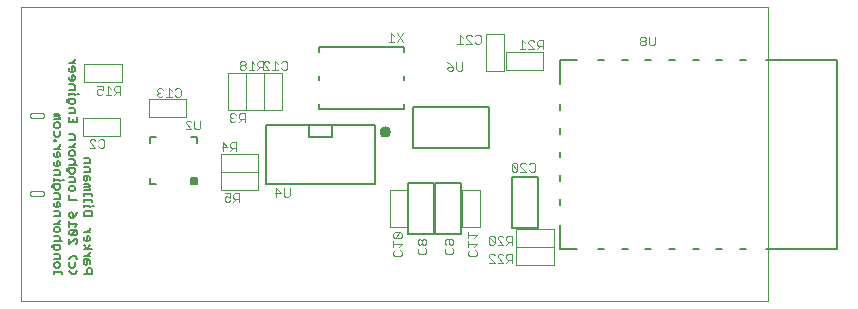
<source format=gbo>
G75*
%MOIN*%
%OFA0B0*%
%FSLAX25Y25*%
%IPPOS*%
%LPD*%
%AMOC8*
5,1,8,0,0,1.08239X$1,22.5*
%
%ADD10C,0.00100*%
%ADD11C,0.00500*%
%ADD12C,0.00300*%
%ADD13C,0.00200*%
%ADD14C,0.00039*%
D10*
X0009000Y0020119D02*
X0009000Y0118119D01*
X0258000Y0118119D01*
X0258000Y0020119D01*
X0009000Y0020119D01*
D11*
X0020250Y0029369D02*
X0020250Y0030269D01*
X0020250Y0029819D02*
X0022952Y0029819D01*
X0022952Y0029369D01*
X0025250Y0030269D02*
X0026151Y0029369D01*
X0027052Y0029369D01*
X0027952Y0030269D01*
X0026601Y0031333D02*
X0025700Y0031333D01*
X0025250Y0031783D01*
X0025250Y0033135D01*
X0025250Y0034280D02*
X0026151Y0035180D01*
X0027052Y0035180D01*
X0027952Y0034280D01*
X0027052Y0033135D02*
X0027052Y0031783D01*
X0026601Y0031333D01*
X0030250Y0032766D02*
X0030700Y0032315D01*
X0031151Y0032766D01*
X0031151Y0034117D01*
X0031601Y0034117D02*
X0030250Y0034117D01*
X0030250Y0032766D01*
X0032052Y0032766D02*
X0032052Y0033666D01*
X0031601Y0034117D01*
X0031151Y0035262D02*
X0032052Y0036162D01*
X0032052Y0036613D01*
X0032052Y0035262D02*
X0030250Y0035262D01*
X0030250Y0037717D02*
X0032952Y0037717D01*
X0032052Y0039068D02*
X0031151Y0037717D01*
X0030250Y0039068D01*
X0030700Y0040173D02*
X0031601Y0040173D01*
X0032052Y0040623D01*
X0032052Y0041524D01*
X0031601Y0041974D01*
X0031151Y0041974D01*
X0031151Y0040173D01*
X0030700Y0040173D02*
X0030250Y0040623D01*
X0030250Y0041524D01*
X0030250Y0043119D02*
X0032052Y0043119D01*
X0031151Y0043119D02*
X0032052Y0044020D01*
X0032052Y0044470D01*
X0027952Y0043488D02*
X0027952Y0042587D01*
X0027502Y0042137D01*
X0025700Y0042137D01*
X0027502Y0043938D01*
X0025700Y0043938D01*
X0025250Y0043488D01*
X0025250Y0042587D01*
X0025700Y0042137D01*
X0025250Y0040992D02*
X0025250Y0039190D01*
X0027052Y0040992D01*
X0027502Y0040992D01*
X0027952Y0040542D01*
X0027952Y0039641D01*
X0027502Y0039190D01*
X0022952Y0040173D02*
X0020250Y0040173D01*
X0020250Y0039028D02*
X0020250Y0037676D01*
X0020700Y0037226D01*
X0021601Y0037226D01*
X0022052Y0037676D01*
X0022052Y0039028D01*
X0019800Y0039028D01*
X0019349Y0038577D01*
X0019349Y0038127D01*
X0020250Y0036081D02*
X0021601Y0036081D01*
X0022052Y0035631D01*
X0022052Y0034280D01*
X0020250Y0034280D01*
X0020700Y0033135D02*
X0021601Y0033135D01*
X0022052Y0032684D01*
X0022052Y0031783D01*
X0021601Y0031333D01*
X0020700Y0031333D01*
X0020250Y0031783D01*
X0020250Y0032684D01*
X0020700Y0033135D01*
X0030250Y0029369D02*
X0032952Y0029369D01*
X0032952Y0030720D01*
X0032502Y0031170D01*
X0031601Y0031170D01*
X0031151Y0030720D01*
X0031151Y0029369D01*
X0021601Y0040173D02*
X0022052Y0040623D01*
X0022052Y0041524D01*
X0021601Y0041974D01*
X0020250Y0041974D01*
X0020700Y0043119D02*
X0020250Y0043569D01*
X0020250Y0044470D01*
X0020700Y0044921D01*
X0021601Y0044921D01*
X0022052Y0044470D01*
X0022052Y0043569D01*
X0021601Y0043119D01*
X0020700Y0043119D01*
X0025250Y0045083D02*
X0025250Y0046885D01*
X0025250Y0045984D02*
X0027952Y0045984D01*
X0027052Y0045083D01*
X0027502Y0043938D02*
X0027952Y0043488D01*
X0022052Y0046066D02*
X0020250Y0046066D01*
X0021151Y0046066D02*
X0022052Y0046966D01*
X0022052Y0047417D01*
X0022052Y0048521D02*
X0022052Y0049872D01*
X0021601Y0050323D01*
X0020250Y0050323D01*
X0020700Y0051468D02*
X0021601Y0051468D01*
X0022052Y0051918D01*
X0022052Y0052819D01*
X0021601Y0053269D01*
X0021151Y0053269D01*
X0021151Y0051468D01*
X0020700Y0051468D02*
X0020250Y0051918D01*
X0020250Y0052819D01*
X0025250Y0053923D02*
X0025250Y0055725D01*
X0025700Y0056870D02*
X0025250Y0057320D01*
X0025250Y0058221D01*
X0025700Y0058671D01*
X0026601Y0058671D01*
X0027052Y0058221D01*
X0027052Y0057320D01*
X0026601Y0056870D01*
X0025700Y0056870D01*
X0030250Y0057361D02*
X0032052Y0057361D01*
X0032052Y0057811D01*
X0031601Y0058261D01*
X0032052Y0058712D01*
X0031601Y0059162D01*
X0030250Y0059162D01*
X0030250Y0058261D02*
X0031601Y0058261D01*
X0030700Y0060307D02*
X0031151Y0060757D01*
X0031151Y0062109D01*
X0031601Y0062109D02*
X0030250Y0062109D01*
X0030250Y0060757D01*
X0030700Y0060307D01*
X0032052Y0060757D02*
X0032052Y0061658D01*
X0031601Y0062109D01*
X0032052Y0063254D02*
X0030250Y0063254D01*
X0032052Y0063254D02*
X0032052Y0064605D01*
X0031601Y0065055D01*
X0030250Y0065055D01*
X0030250Y0066200D02*
X0032052Y0066200D01*
X0032052Y0067551D01*
X0031601Y0068002D01*
X0030250Y0068002D01*
X0027052Y0067060D02*
X0026601Y0067511D01*
X0025250Y0067511D01*
X0025700Y0068656D02*
X0025250Y0069106D01*
X0025250Y0070007D01*
X0025700Y0070457D01*
X0026601Y0070457D01*
X0027052Y0070007D01*
X0027052Y0069106D01*
X0026601Y0068656D01*
X0025700Y0068656D01*
X0027052Y0067060D02*
X0027052Y0066159D01*
X0026601Y0065709D01*
X0027052Y0064564D02*
X0024800Y0064564D01*
X0024349Y0064114D01*
X0024349Y0063663D01*
X0025250Y0063213D02*
X0025250Y0064564D01*
X0025250Y0065709D02*
X0027952Y0065709D01*
X0027052Y0064564D02*
X0027052Y0063213D01*
X0026601Y0062763D01*
X0025700Y0062763D01*
X0025250Y0063213D01*
X0025250Y0061618D02*
X0026601Y0061618D01*
X0027052Y0061167D01*
X0027052Y0059816D01*
X0025250Y0059816D01*
X0023403Y0060757D02*
X0022952Y0060757D01*
X0022052Y0060757D02*
X0020250Y0060757D01*
X0020250Y0060307D02*
X0020250Y0061208D01*
X0020250Y0062271D02*
X0022052Y0062271D01*
X0022052Y0063623D01*
X0021601Y0064073D01*
X0020250Y0064073D01*
X0020700Y0065218D02*
X0021601Y0065218D01*
X0022052Y0065668D01*
X0022052Y0066569D01*
X0021601Y0067020D01*
X0021151Y0067020D01*
X0021151Y0065218D01*
X0020700Y0065218D02*
X0020250Y0065668D01*
X0020250Y0066569D01*
X0020700Y0068164D02*
X0021601Y0068164D01*
X0022052Y0068615D01*
X0022052Y0069516D01*
X0021601Y0069966D01*
X0021151Y0069966D01*
X0021151Y0068164D01*
X0020700Y0068164D02*
X0020250Y0068615D01*
X0020250Y0069516D01*
X0020250Y0071111D02*
X0022052Y0071111D01*
X0022052Y0072012D02*
X0022052Y0072462D01*
X0022052Y0072012D02*
X0021151Y0071111D01*
X0025250Y0071602D02*
X0027052Y0071602D01*
X0026151Y0071602D02*
X0027052Y0072503D01*
X0027052Y0072953D01*
X0027052Y0074058D02*
X0025250Y0074058D01*
X0027052Y0074058D02*
X0027052Y0075409D01*
X0026601Y0075859D01*
X0025250Y0075859D01*
X0022052Y0075490D02*
X0021601Y0075040D01*
X0020700Y0075040D01*
X0020250Y0075490D01*
X0020250Y0076841D01*
X0020700Y0077986D02*
X0020250Y0078437D01*
X0020250Y0079337D01*
X0020700Y0079788D01*
X0021601Y0079788D01*
X0022052Y0079337D01*
X0022052Y0078437D01*
X0021601Y0077986D01*
X0020700Y0077986D01*
X0022052Y0076841D02*
X0022052Y0075490D01*
X0020700Y0074017D02*
X0020250Y0074017D01*
X0020250Y0073566D01*
X0020700Y0073566D01*
X0020700Y0074017D01*
X0025250Y0079951D02*
X0025250Y0081752D01*
X0025250Y0082897D02*
X0027052Y0082897D01*
X0027052Y0084248D01*
X0026601Y0084699D01*
X0025250Y0084699D01*
X0025700Y0085844D02*
X0025250Y0086294D01*
X0025250Y0087645D01*
X0024800Y0087645D02*
X0027052Y0087645D01*
X0027052Y0086294D01*
X0026601Y0085844D01*
X0025700Y0085844D01*
X0024349Y0086744D02*
X0024349Y0087195D01*
X0024800Y0087645D01*
X0025250Y0088790D02*
X0025250Y0089691D01*
X0025250Y0089241D02*
X0027052Y0089241D01*
X0027052Y0088790D01*
X0027952Y0089241D02*
X0028403Y0089241D01*
X0027052Y0090754D02*
X0027052Y0092106D01*
X0026601Y0092556D01*
X0025250Y0092556D01*
X0025700Y0093701D02*
X0026601Y0093701D01*
X0027052Y0094151D01*
X0027052Y0095052D01*
X0026601Y0095503D01*
X0026151Y0095503D01*
X0026151Y0093701D01*
X0025700Y0093701D02*
X0025250Y0094151D01*
X0025250Y0095052D01*
X0025700Y0096648D02*
X0025250Y0097098D01*
X0025250Y0097999D01*
X0026151Y0098449D02*
X0026151Y0096648D01*
X0026601Y0096648D02*
X0027052Y0097098D01*
X0027052Y0097999D01*
X0026601Y0098449D01*
X0026151Y0098449D01*
X0026151Y0099594D02*
X0027052Y0100495D01*
X0027052Y0100945D01*
X0027052Y0099594D02*
X0025250Y0099594D01*
X0025700Y0096648D02*
X0026601Y0096648D01*
X0027052Y0090754D02*
X0025250Y0090754D01*
X0021601Y0082734D02*
X0020250Y0082734D01*
X0020250Y0081833D02*
X0021601Y0081833D01*
X0022052Y0082284D01*
X0021601Y0082734D01*
X0021601Y0081833D02*
X0022052Y0081383D01*
X0022052Y0080933D01*
X0020250Y0080933D01*
X0025250Y0079951D02*
X0027952Y0079951D01*
X0027952Y0081752D01*
X0026601Y0080851D02*
X0026601Y0079951D01*
X0052126Y0074993D02*
X0052126Y0073024D01*
X0052126Y0074993D02*
X0054094Y0074993D01*
X0065906Y0074993D02*
X0067874Y0074993D01*
X0067874Y0073024D01*
X0090752Y0078961D02*
X0105063Y0078961D01*
X0105063Y0075024D01*
X0112937Y0075024D01*
X0112937Y0078961D01*
X0105063Y0078961D01*
X0112937Y0078961D02*
X0127248Y0078961D01*
X0127248Y0059276D01*
X0090752Y0059276D01*
X0090752Y0078961D01*
X0108327Y0084382D02*
X0108327Y0085957D01*
X0108327Y0084382D02*
X0136673Y0084382D01*
X0136673Y0085957D01*
X0139705Y0085008D02*
X0139705Y0071229D01*
X0165295Y0071229D01*
X0165295Y0085008D01*
X0139705Y0085008D01*
X0131673Y0077554D02*
X0131435Y0077791D01*
X0131151Y0077970D01*
X0130834Y0078081D01*
X0130500Y0078119D01*
X0130166Y0078081D01*
X0129849Y0077970D01*
X0129565Y0077791D01*
X0129327Y0077554D01*
X0129149Y0077270D01*
X0129038Y0076952D01*
X0129000Y0076619D01*
X0129038Y0076285D01*
X0129149Y0075968D01*
X0129327Y0075683D01*
X0129565Y0075446D01*
X0129849Y0075267D01*
X0130166Y0075156D01*
X0130500Y0075119D01*
X0130834Y0075156D01*
X0131151Y0075267D01*
X0131435Y0075446D01*
X0131673Y0075683D01*
X0131851Y0075968D01*
X0131962Y0076285D01*
X0132000Y0076619D01*
X0131962Y0076952D01*
X0131851Y0077270D01*
X0131673Y0077554D01*
X0131740Y0077447D02*
X0129260Y0077447D01*
X0129037Y0076949D02*
X0131963Y0076949D01*
X0131981Y0076450D02*
X0129019Y0076450D01*
X0129159Y0075952D02*
X0131841Y0075952D01*
X0131443Y0075453D02*
X0129557Y0075453D01*
X0129811Y0077946D02*
X0131189Y0077946D01*
X0136673Y0093831D02*
X0136673Y0095406D01*
X0136673Y0103280D02*
X0136673Y0104855D01*
X0108327Y0104855D01*
X0108327Y0103280D01*
X0108327Y0095406D02*
X0108327Y0093831D01*
X0172669Y0061780D02*
X0181331Y0061780D01*
X0181331Y0044457D01*
X0172669Y0044457D01*
X0172669Y0061780D01*
X0188724Y0062229D02*
X0188724Y0060260D01*
X0188724Y0054355D02*
X0188724Y0052386D01*
X0188724Y0045497D02*
X0188724Y0037623D01*
X0194630Y0037623D01*
X0201520Y0037623D02*
X0203488Y0037623D01*
X0209394Y0037623D02*
X0211362Y0037623D01*
X0217268Y0037623D02*
X0219236Y0037623D01*
X0225142Y0037623D02*
X0227110Y0037623D01*
X0233016Y0037623D02*
X0234984Y0037623D01*
X0240890Y0037623D02*
X0242858Y0037623D01*
X0248764Y0037623D02*
X0250732Y0037623D01*
X0257622Y0037623D02*
X0281244Y0037623D01*
X0281244Y0100615D01*
X0257622Y0100615D01*
X0250732Y0100615D02*
X0248764Y0100615D01*
X0242858Y0100615D02*
X0240890Y0100615D01*
X0234984Y0100615D02*
X0233016Y0100615D01*
X0227110Y0100615D02*
X0225142Y0100615D01*
X0219236Y0100615D02*
X0217268Y0100615D01*
X0211362Y0100615D02*
X0209394Y0100615D01*
X0203488Y0100615D02*
X0201520Y0100615D01*
X0194630Y0100615D02*
X0188724Y0100615D01*
X0188724Y0092741D01*
X0188724Y0085851D02*
X0188724Y0083882D01*
X0188724Y0077977D02*
X0188724Y0076008D01*
X0188724Y0070103D02*
X0188724Y0068134D01*
X0155831Y0059780D02*
X0155831Y0042457D01*
X0147169Y0042457D01*
X0147169Y0059780D01*
X0155831Y0059780D01*
X0146831Y0059780D02*
X0146831Y0042457D01*
X0138169Y0042457D01*
X0138169Y0059780D01*
X0146831Y0059780D01*
X0067874Y0060000D02*
X0065906Y0060000D01*
X0065906Y0060498D02*
X0067874Y0060498D01*
X0067874Y0060997D02*
X0065906Y0060997D01*
X0065906Y0061213D02*
X0067874Y0061213D01*
X0067874Y0059245D01*
X0065906Y0059245D01*
X0065906Y0061213D01*
X0065906Y0059245D01*
X0067874Y0059245D01*
X0067874Y0061213D01*
X0065906Y0061213D01*
X0065906Y0059501D02*
X0067874Y0059501D01*
X0054094Y0059245D02*
X0052126Y0059245D01*
X0052126Y0061213D01*
X0032952Y0055847D02*
X0030250Y0055847D01*
X0030250Y0056297D02*
X0030250Y0055396D01*
X0030250Y0054333D02*
X0030250Y0053432D01*
X0030250Y0053882D02*
X0032952Y0053882D01*
X0032952Y0053432D01*
X0032952Y0051918D02*
X0033403Y0051918D01*
X0032052Y0051918D02*
X0030250Y0051918D01*
X0030250Y0051468D02*
X0030250Y0052368D01*
X0032052Y0051918D02*
X0032052Y0051468D01*
X0032502Y0050323D02*
X0030700Y0050323D01*
X0030250Y0049872D01*
X0030250Y0048521D01*
X0032952Y0048521D01*
X0032952Y0049872D01*
X0032502Y0050323D01*
X0027952Y0049831D02*
X0027502Y0048931D01*
X0026601Y0048030D01*
X0026601Y0049381D01*
X0026151Y0049831D01*
X0025700Y0049831D01*
X0025250Y0049381D01*
X0025250Y0048480D01*
X0025700Y0048030D01*
X0026601Y0048030D01*
X0022052Y0048521D02*
X0020250Y0048521D01*
X0025250Y0053923D02*
X0027952Y0053923D01*
X0032952Y0055396D02*
X0032952Y0055847D01*
X0022052Y0055765D02*
X0022052Y0054414D01*
X0020250Y0054414D01*
X0020250Y0056216D02*
X0021601Y0056216D01*
X0022052Y0055765D01*
X0021601Y0057361D02*
X0020700Y0057361D01*
X0020250Y0057811D01*
X0020250Y0059162D01*
X0019800Y0059162D02*
X0022052Y0059162D01*
X0022052Y0057811D01*
X0021601Y0057361D01*
X0019349Y0058261D02*
X0019349Y0058712D01*
X0019800Y0059162D01*
X0022052Y0060307D02*
X0022052Y0060757D01*
D12*
X0031999Y0071319D02*
X0033934Y0071319D01*
X0031999Y0073254D01*
X0031999Y0073737D01*
X0032483Y0074221D01*
X0033451Y0074221D01*
X0033934Y0073737D01*
X0034946Y0073737D02*
X0035430Y0074221D01*
X0036397Y0074221D01*
X0036881Y0073737D01*
X0036881Y0071802D01*
X0036397Y0071319D01*
X0035430Y0071319D01*
X0034946Y0071802D01*
X0063969Y0077519D02*
X0065903Y0077519D01*
X0063969Y0079454D01*
X0063969Y0079937D01*
X0064452Y0080421D01*
X0065420Y0080421D01*
X0065903Y0079937D01*
X0066915Y0080421D02*
X0066915Y0078002D01*
X0067399Y0077519D01*
X0068366Y0077519D01*
X0068850Y0078002D01*
X0068850Y0080421D01*
X0078768Y0080465D02*
X0079251Y0079981D01*
X0080219Y0079981D01*
X0080703Y0080465D01*
X0081714Y0079981D02*
X0082682Y0080949D01*
X0082198Y0080949D02*
X0083649Y0080949D01*
X0083649Y0079981D02*
X0083649Y0082884D01*
X0082198Y0082884D01*
X0081714Y0082400D01*
X0081714Y0081433D01*
X0082198Y0080949D01*
X0080703Y0082400D02*
X0080219Y0082884D01*
X0079251Y0082884D01*
X0078768Y0082400D01*
X0078768Y0081916D01*
X0079251Y0081433D01*
X0078768Y0080949D01*
X0078768Y0080465D01*
X0079251Y0081433D02*
X0079735Y0081433D01*
X0062327Y0088802D02*
X0061844Y0088319D01*
X0060876Y0088319D01*
X0060392Y0088802D01*
X0059381Y0088319D02*
X0057446Y0088319D01*
X0058413Y0088319D02*
X0058413Y0091221D01*
X0059381Y0090254D01*
X0060392Y0090737D02*
X0060876Y0091221D01*
X0061844Y0091221D01*
X0062327Y0090737D01*
X0062327Y0088802D01*
X0056434Y0088802D02*
X0055951Y0088319D01*
X0054983Y0088319D01*
X0054499Y0088802D01*
X0054499Y0089286D01*
X0054983Y0089770D01*
X0055467Y0089770D01*
X0054983Y0089770D02*
X0054499Y0090254D01*
X0054499Y0090737D01*
X0054983Y0091221D01*
X0055951Y0091221D01*
X0056434Y0090737D01*
X0042212Y0089986D02*
X0040761Y0089986D01*
X0040277Y0090470D01*
X0040277Y0091437D01*
X0040761Y0091921D01*
X0042212Y0091921D01*
X0042212Y0089019D01*
X0041245Y0089986D02*
X0040277Y0089019D01*
X0039266Y0089019D02*
X0037331Y0089019D01*
X0038298Y0089019D02*
X0038298Y0091921D01*
X0039266Y0090954D01*
X0036319Y0090470D02*
X0036319Y0091921D01*
X0034384Y0091921D01*
X0034868Y0090954D02*
X0034384Y0090470D01*
X0034384Y0089502D01*
X0034868Y0089019D01*
X0035835Y0089019D01*
X0036319Y0089502D01*
X0036319Y0090470D02*
X0035352Y0090954D01*
X0034868Y0090954D01*
X0076483Y0073221D02*
X0077934Y0071770D01*
X0075999Y0071770D01*
X0076483Y0070319D02*
X0076483Y0073221D01*
X0078946Y0072737D02*
X0078946Y0071770D01*
X0079430Y0071286D01*
X0080881Y0071286D01*
X0080881Y0070319D02*
X0080881Y0073221D01*
X0079430Y0073221D01*
X0078946Y0072737D01*
X0079913Y0071286D02*
X0078946Y0070319D01*
X0094295Y0057888D02*
X0095746Y0056436D01*
X0093811Y0056436D01*
X0094295Y0054985D02*
X0094295Y0057888D01*
X0096758Y0057888D02*
X0096758Y0055469D01*
X0097241Y0054985D01*
X0098209Y0054985D01*
X0098693Y0055469D01*
X0098693Y0057888D01*
X0081881Y0056221D02*
X0081881Y0053319D01*
X0081881Y0054286D02*
X0080430Y0054286D01*
X0079946Y0054770D01*
X0079946Y0055737D01*
X0080430Y0056221D01*
X0081881Y0056221D01*
X0080913Y0054286D02*
X0079946Y0053319D01*
X0078934Y0053802D02*
X0078451Y0053319D01*
X0077483Y0053319D01*
X0076999Y0053802D01*
X0076999Y0054770D01*
X0077483Y0055254D01*
X0077967Y0055254D01*
X0078934Y0054770D01*
X0078934Y0056221D01*
X0076999Y0056221D01*
X0133200Y0042636D02*
X0133200Y0041668D01*
X0133684Y0041184D01*
X0135619Y0043119D01*
X0133684Y0043119D01*
X0133200Y0042636D01*
X0133684Y0041184D02*
X0135619Y0041184D01*
X0136102Y0041668D01*
X0136102Y0042636D01*
X0135619Y0043119D01*
X0133200Y0040173D02*
X0133200Y0038238D01*
X0133200Y0039205D02*
X0136102Y0039205D01*
X0135135Y0038238D01*
X0135619Y0037226D02*
X0136102Y0036743D01*
X0136102Y0035775D01*
X0135619Y0035291D01*
X0133684Y0035291D01*
X0133200Y0035775D01*
X0133200Y0036743D01*
X0133684Y0037226D01*
X0141332Y0037488D02*
X0141332Y0036521D01*
X0141816Y0036037D01*
X0143751Y0036037D01*
X0144234Y0036521D01*
X0144234Y0037488D01*
X0143751Y0037972D01*
X0143751Y0038984D02*
X0143267Y0038984D01*
X0142783Y0039467D01*
X0142783Y0040435D01*
X0142299Y0040919D01*
X0141816Y0040919D01*
X0141332Y0040435D01*
X0141332Y0039467D01*
X0141816Y0038984D01*
X0142299Y0038984D01*
X0142783Y0039467D01*
X0142783Y0040435D02*
X0143267Y0040919D01*
X0143751Y0040919D01*
X0144234Y0040435D01*
X0144234Y0039467D01*
X0143751Y0038984D01*
X0141816Y0037972D02*
X0141332Y0037488D01*
X0150332Y0037488D02*
X0150332Y0036521D01*
X0150816Y0036037D01*
X0152751Y0036037D01*
X0153234Y0036521D01*
X0153234Y0037488D01*
X0152751Y0037972D01*
X0152751Y0038984D02*
X0152267Y0038984D01*
X0151783Y0039467D01*
X0151783Y0040919D01*
X0150816Y0040919D02*
X0152751Y0040919D01*
X0153234Y0040435D01*
X0153234Y0039467D01*
X0152751Y0038984D01*
X0150816Y0038984D02*
X0150332Y0039467D01*
X0150332Y0040435D01*
X0150816Y0040919D01*
X0150816Y0037972D02*
X0150332Y0037488D01*
X0158200Y0036743D02*
X0158200Y0035775D01*
X0158684Y0035291D01*
X0160619Y0035291D01*
X0161102Y0035775D01*
X0161102Y0036743D01*
X0160619Y0037226D01*
X0160135Y0038238D02*
X0161102Y0039205D01*
X0158200Y0039205D01*
X0158200Y0038238D02*
X0158200Y0040173D01*
X0158200Y0041184D02*
X0158200Y0043119D01*
X0158200Y0042152D02*
X0161102Y0042152D01*
X0160135Y0041184D01*
X0165062Y0041487D02*
X0165062Y0039552D01*
X0165545Y0039069D01*
X0166513Y0039069D01*
X0166997Y0039552D01*
X0165062Y0041487D01*
X0165545Y0041971D01*
X0166513Y0041971D01*
X0166997Y0041487D01*
X0166997Y0039552D01*
X0168008Y0039069D02*
X0169943Y0039069D01*
X0168008Y0041004D01*
X0168008Y0041487D01*
X0168492Y0041971D01*
X0169459Y0041971D01*
X0169943Y0041487D01*
X0170955Y0041487D02*
X0170955Y0040520D01*
X0171438Y0040036D01*
X0172890Y0040036D01*
X0172890Y0039069D02*
X0172890Y0041971D01*
X0171438Y0041971D01*
X0170955Y0041487D01*
X0171922Y0040036D02*
X0170955Y0039069D01*
X0171438Y0035971D02*
X0170955Y0035487D01*
X0170955Y0034520D01*
X0171438Y0034036D01*
X0172890Y0034036D01*
X0172890Y0033069D02*
X0172890Y0035971D01*
X0171438Y0035971D01*
X0169943Y0035487D02*
X0169459Y0035971D01*
X0168492Y0035971D01*
X0168008Y0035487D01*
X0168008Y0035004D01*
X0169943Y0033069D01*
X0168008Y0033069D01*
X0166997Y0033069D02*
X0165062Y0035004D01*
X0165062Y0035487D01*
X0165545Y0035971D01*
X0166513Y0035971D01*
X0166997Y0035487D01*
X0170955Y0033069D02*
X0171922Y0034036D01*
X0166997Y0033069D02*
X0165062Y0033069D01*
X0158684Y0037226D02*
X0158200Y0036743D01*
X0173167Y0063387D02*
X0174135Y0063387D01*
X0174618Y0063871D01*
X0172683Y0065806D01*
X0172683Y0063871D01*
X0173167Y0063387D01*
X0174618Y0063871D02*
X0174618Y0065806D01*
X0174135Y0066289D01*
X0173167Y0066289D01*
X0172683Y0065806D01*
X0175630Y0065806D02*
X0176114Y0066289D01*
X0177081Y0066289D01*
X0177565Y0065806D01*
X0178576Y0065806D02*
X0179060Y0066289D01*
X0180028Y0066289D01*
X0180511Y0065806D01*
X0180511Y0063871D01*
X0180028Y0063387D01*
X0179060Y0063387D01*
X0178576Y0063871D01*
X0177565Y0063387D02*
X0175630Y0065322D01*
X0175630Y0065806D01*
X0175630Y0063387D02*
X0177565Y0063387D01*
X0155662Y0096985D02*
X0154694Y0096985D01*
X0154210Y0097469D01*
X0154210Y0099888D01*
X0153199Y0098436D02*
X0151748Y0098436D01*
X0151264Y0097953D01*
X0151264Y0097469D01*
X0151748Y0096985D01*
X0152715Y0096985D01*
X0153199Y0097469D01*
X0153199Y0098436D01*
X0152231Y0099404D01*
X0151264Y0099888D01*
X0156145Y0099888D02*
X0156145Y0097469D01*
X0155662Y0096985D01*
X0175322Y0104269D02*
X0177257Y0104269D01*
X0176289Y0104269D02*
X0176289Y0107171D01*
X0177257Y0106204D01*
X0178269Y0106204D02*
X0178269Y0106687D01*
X0178752Y0107171D01*
X0179720Y0107171D01*
X0180203Y0106687D01*
X0181215Y0106687D02*
X0181215Y0105720D01*
X0181699Y0105236D01*
X0183150Y0105236D01*
X0183150Y0104269D02*
X0183150Y0107171D01*
X0181699Y0107171D01*
X0181215Y0106687D01*
X0182183Y0105236D02*
X0181215Y0104269D01*
X0180203Y0104269D02*
X0178269Y0106204D01*
X0178269Y0104269D02*
X0180203Y0104269D01*
X0162390Y0106552D02*
X0161906Y0106069D01*
X0160938Y0106069D01*
X0160455Y0106552D01*
X0159443Y0106069D02*
X0157508Y0108004D01*
X0157508Y0108487D01*
X0157992Y0108971D01*
X0158959Y0108971D01*
X0159443Y0108487D01*
X0160455Y0108487D02*
X0160938Y0108971D01*
X0161906Y0108971D01*
X0162390Y0108487D01*
X0162390Y0106552D01*
X0159443Y0106069D02*
X0157508Y0106069D01*
X0156497Y0106069D02*
X0154562Y0106069D01*
X0155529Y0106069D02*
X0155529Y0108971D01*
X0156497Y0108004D01*
X0136523Y0106580D02*
X0134588Y0109482D01*
X0133577Y0108515D02*
X0132609Y0109482D01*
X0132609Y0106580D01*
X0131642Y0106580D02*
X0133577Y0106580D01*
X0134588Y0106580D02*
X0136523Y0109482D01*
X0097827Y0099737D02*
X0097827Y0097802D01*
X0097344Y0097319D01*
X0096376Y0097319D01*
X0095892Y0097802D01*
X0094881Y0097319D02*
X0092946Y0097319D01*
X0093913Y0097319D02*
X0093913Y0100221D01*
X0094881Y0099254D01*
X0095892Y0099737D02*
X0096376Y0100221D01*
X0097344Y0100221D01*
X0097827Y0099737D01*
X0091934Y0099737D02*
X0091451Y0100221D01*
X0090483Y0100221D01*
X0089999Y0099737D01*
X0089999Y0099254D01*
X0091934Y0097319D01*
X0089999Y0097319D01*
X0089890Y0097356D02*
X0089890Y0100259D01*
X0088439Y0100259D01*
X0087955Y0099775D01*
X0087955Y0098807D01*
X0088439Y0098324D01*
X0089890Y0098324D01*
X0088923Y0098324D02*
X0087955Y0097356D01*
X0086944Y0097356D02*
X0085009Y0097356D01*
X0085976Y0097356D02*
X0085976Y0100259D01*
X0086944Y0099291D01*
X0083997Y0099291D02*
X0083997Y0099775D01*
X0083514Y0100259D01*
X0082546Y0100259D01*
X0082062Y0099775D01*
X0082062Y0099291D01*
X0082546Y0098807D01*
X0083514Y0098807D01*
X0083997Y0099291D01*
X0083514Y0098807D02*
X0083997Y0098324D01*
X0083997Y0097840D01*
X0083514Y0097356D01*
X0082546Y0097356D01*
X0082062Y0097840D01*
X0082062Y0098324D01*
X0082546Y0098807D01*
X0215465Y0105965D02*
X0215948Y0105481D01*
X0216916Y0105481D01*
X0217400Y0105965D01*
X0217400Y0106449D01*
X0216916Y0106933D01*
X0215948Y0106933D01*
X0215465Y0106449D01*
X0215465Y0105965D01*
X0215948Y0106933D02*
X0215465Y0107416D01*
X0215465Y0107900D01*
X0215948Y0108384D01*
X0216916Y0108384D01*
X0217400Y0107900D01*
X0217400Y0107416D01*
X0216916Y0106933D01*
X0218411Y0105965D02*
X0218895Y0105481D01*
X0219862Y0105481D01*
X0220346Y0105965D01*
X0220346Y0108384D01*
X0218411Y0108384D02*
X0218411Y0105965D01*
D13*
X0183300Y0103119D02*
X0183300Y0097119D01*
X0170700Y0097119D01*
X0170700Y0103119D01*
X0183300Y0103119D01*
X0170000Y0096819D02*
X0170000Y0109419D01*
X0164000Y0109419D01*
X0164000Y0096819D01*
X0170000Y0096819D01*
X0096000Y0096419D02*
X0096000Y0083819D01*
X0090000Y0083819D01*
X0090000Y0096419D01*
X0084000Y0096419D01*
X0084000Y0083819D01*
X0090000Y0083819D01*
X0090000Y0096419D01*
X0096000Y0096419D01*
X0084000Y0096419D02*
X0078000Y0096419D01*
X0078000Y0083819D01*
X0084000Y0083819D01*
X0084000Y0096419D01*
X0064300Y0087619D02*
X0051700Y0087619D01*
X0051700Y0081619D01*
X0064300Y0081619D01*
X0064300Y0087619D01*
X0042800Y0093119D02*
X0042800Y0099119D01*
X0030200Y0099119D01*
X0030200Y0093119D01*
X0042800Y0093119D01*
X0042300Y0081119D02*
X0029700Y0081119D01*
X0029700Y0075119D01*
X0042300Y0075119D01*
X0042300Y0081119D01*
X0075700Y0069119D02*
X0075700Y0063119D01*
X0075700Y0057119D01*
X0088300Y0057119D01*
X0088300Y0063119D01*
X0075700Y0063119D01*
X0088300Y0063119D01*
X0088300Y0069119D01*
X0075700Y0069119D01*
X0132000Y0057419D02*
X0132000Y0044819D01*
X0138000Y0044819D01*
X0138000Y0057419D01*
X0132000Y0057419D01*
X0156000Y0057419D02*
X0162000Y0057419D01*
X0162000Y0044819D01*
X0156000Y0044819D01*
X0156000Y0057419D01*
X0174200Y0044119D02*
X0174200Y0038119D01*
X0174200Y0032119D01*
X0186800Y0032119D01*
X0186800Y0038119D01*
X0174200Y0038119D01*
X0186800Y0038119D01*
X0186800Y0044119D01*
X0174200Y0044119D01*
D14*
X0015866Y0055142D02*
X0013110Y0055142D01*
X0013110Y0055143D02*
X0013048Y0055145D01*
X0012987Y0055151D01*
X0012926Y0055160D01*
X0012865Y0055174D01*
X0012806Y0055191D01*
X0012748Y0055212D01*
X0012691Y0055237D01*
X0012636Y0055265D01*
X0012583Y0055296D01*
X0012532Y0055331D01*
X0012483Y0055369D01*
X0012436Y0055410D01*
X0012393Y0055453D01*
X0012352Y0055500D01*
X0012314Y0055549D01*
X0012279Y0055600D01*
X0012248Y0055653D01*
X0012220Y0055708D01*
X0012195Y0055765D01*
X0012174Y0055823D01*
X0012157Y0055882D01*
X0012143Y0055943D01*
X0012134Y0056004D01*
X0012128Y0056065D01*
X0012126Y0056127D01*
X0012128Y0056189D01*
X0012134Y0056250D01*
X0012143Y0056311D01*
X0012157Y0056372D01*
X0012174Y0056431D01*
X0012195Y0056489D01*
X0012220Y0056546D01*
X0012248Y0056601D01*
X0012279Y0056654D01*
X0012314Y0056705D01*
X0012352Y0056754D01*
X0012393Y0056801D01*
X0012436Y0056844D01*
X0012483Y0056885D01*
X0012532Y0056923D01*
X0012583Y0056958D01*
X0012636Y0056989D01*
X0012691Y0057017D01*
X0012748Y0057042D01*
X0012806Y0057063D01*
X0012865Y0057080D01*
X0012926Y0057094D01*
X0012987Y0057103D01*
X0013048Y0057109D01*
X0013110Y0057111D01*
X0015866Y0057111D01*
X0015928Y0057109D01*
X0015989Y0057103D01*
X0016050Y0057094D01*
X0016111Y0057080D01*
X0016170Y0057063D01*
X0016228Y0057042D01*
X0016285Y0057017D01*
X0016340Y0056989D01*
X0016393Y0056958D01*
X0016444Y0056923D01*
X0016493Y0056885D01*
X0016540Y0056844D01*
X0016583Y0056801D01*
X0016624Y0056754D01*
X0016662Y0056705D01*
X0016697Y0056654D01*
X0016728Y0056601D01*
X0016756Y0056546D01*
X0016781Y0056489D01*
X0016802Y0056431D01*
X0016819Y0056372D01*
X0016833Y0056311D01*
X0016842Y0056250D01*
X0016848Y0056189D01*
X0016850Y0056127D01*
X0016848Y0056065D01*
X0016842Y0056004D01*
X0016833Y0055943D01*
X0016819Y0055882D01*
X0016802Y0055823D01*
X0016781Y0055765D01*
X0016756Y0055708D01*
X0016728Y0055653D01*
X0016697Y0055600D01*
X0016662Y0055549D01*
X0016624Y0055500D01*
X0016583Y0055453D01*
X0016540Y0055410D01*
X0016493Y0055369D01*
X0016444Y0055331D01*
X0016393Y0055296D01*
X0016340Y0055265D01*
X0016285Y0055237D01*
X0016228Y0055212D01*
X0016170Y0055191D01*
X0016111Y0055174D01*
X0016050Y0055160D01*
X0015989Y0055151D01*
X0015928Y0055145D01*
X0015866Y0055143D01*
X0015866Y0081127D02*
X0013110Y0081127D01*
X0013048Y0081129D01*
X0012987Y0081135D01*
X0012926Y0081144D01*
X0012865Y0081158D01*
X0012806Y0081175D01*
X0012748Y0081196D01*
X0012691Y0081221D01*
X0012636Y0081249D01*
X0012583Y0081280D01*
X0012532Y0081315D01*
X0012483Y0081353D01*
X0012436Y0081394D01*
X0012393Y0081437D01*
X0012352Y0081484D01*
X0012314Y0081533D01*
X0012279Y0081584D01*
X0012248Y0081637D01*
X0012220Y0081692D01*
X0012195Y0081749D01*
X0012174Y0081807D01*
X0012157Y0081866D01*
X0012143Y0081927D01*
X0012134Y0081988D01*
X0012128Y0082049D01*
X0012126Y0082111D01*
X0012128Y0082173D01*
X0012134Y0082234D01*
X0012143Y0082295D01*
X0012157Y0082356D01*
X0012174Y0082415D01*
X0012195Y0082473D01*
X0012220Y0082530D01*
X0012248Y0082585D01*
X0012279Y0082638D01*
X0012314Y0082689D01*
X0012352Y0082738D01*
X0012393Y0082785D01*
X0012436Y0082828D01*
X0012483Y0082869D01*
X0012532Y0082907D01*
X0012583Y0082942D01*
X0012636Y0082973D01*
X0012691Y0083001D01*
X0012748Y0083026D01*
X0012806Y0083047D01*
X0012865Y0083064D01*
X0012926Y0083078D01*
X0012987Y0083087D01*
X0013048Y0083093D01*
X0013110Y0083095D01*
X0015866Y0083095D01*
X0015928Y0083093D01*
X0015989Y0083087D01*
X0016050Y0083078D01*
X0016111Y0083064D01*
X0016170Y0083047D01*
X0016228Y0083026D01*
X0016285Y0083001D01*
X0016340Y0082973D01*
X0016393Y0082942D01*
X0016444Y0082907D01*
X0016493Y0082869D01*
X0016540Y0082828D01*
X0016583Y0082785D01*
X0016624Y0082738D01*
X0016662Y0082689D01*
X0016697Y0082638D01*
X0016728Y0082585D01*
X0016756Y0082530D01*
X0016781Y0082473D01*
X0016802Y0082415D01*
X0016819Y0082356D01*
X0016833Y0082295D01*
X0016842Y0082234D01*
X0016848Y0082173D01*
X0016850Y0082111D01*
X0016848Y0082049D01*
X0016842Y0081988D01*
X0016833Y0081927D01*
X0016819Y0081866D01*
X0016802Y0081807D01*
X0016781Y0081749D01*
X0016756Y0081692D01*
X0016728Y0081637D01*
X0016697Y0081584D01*
X0016662Y0081533D01*
X0016624Y0081484D01*
X0016583Y0081437D01*
X0016540Y0081394D01*
X0016493Y0081353D01*
X0016444Y0081315D01*
X0016393Y0081280D01*
X0016340Y0081249D01*
X0016285Y0081221D01*
X0016228Y0081196D01*
X0016170Y0081175D01*
X0016111Y0081158D01*
X0016050Y0081144D01*
X0015989Y0081135D01*
X0015928Y0081129D01*
X0015866Y0081127D01*
M02*

</source>
